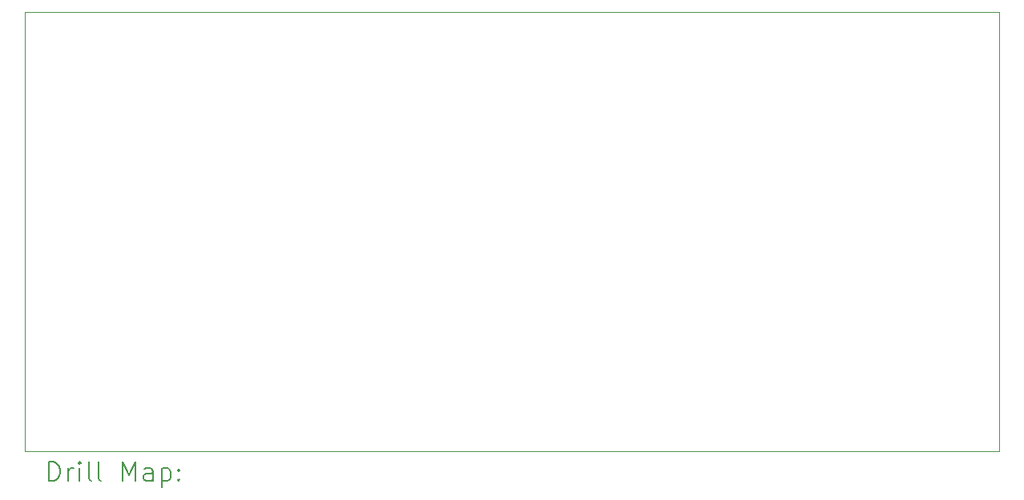
<source format=gbr>
%TF.GenerationSoftware,KiCad,Pcbnew,8.0.5*%
%TF.CreationDate,2025-03-12T15:25:44-04:00*%
%TF.ProjectId,PCB_version4,5043425f-7665-4727-9369-6f6e342e6b69,rev?*%
%TF.SameCoordinates,Original*%
%TF.FileFunction,Drillmap*%
%TF.FilePolarity,Positive*%
%FSLAX45Y45*%
G04 Gerber Fmt 4.5, Leading zero omitted, Abs format (unit mm)*
G04 Created by KiCad (PCBNEW 8.0.5) date 2025-03-12 15:25:44*
%MOMM*%
%LPD*%
G01*
G04 APERTURE LIST*
%ADD10C,0.050000*%
%ADD11C,0.200000*%
G04 APERTURE END LIST*
D10*
X11300000Y-5425000D02*
X21600000Y-5425000D01*
X21600000Y-10075000D01*
X11300000Y-10075000D01*
X11300000Y-5425000D01*
D11*
X11558277Y-10388984D02*
X11558277Y-10188984D01*
X11558277Y-10188984D02*
X11605896Y-10188984D01*
X11605896Y-10188984D02*
X11634467Y-10198508D01*
X11634467Y-10198508D02*
X11653515Y-10217555D01*
X11653515Y-10217555D02*
X11663039Y-10236603D01*
X11663039Y-10236603D02*
X11672562Y-10274698D01*
X11672562Y-10274698D02*
X11672562Y-10303270D01*
X11672562Y-10303270D02*
X11663039Y-10341365D01*
X11663039Y-10341365D02*
X11653515Y-10360412D01*
X11653515Y-10360412D02*
X11634467Y-10379460D01*
X11634467Y-10379460D02*
X11605896Y-10388984D01*
X11605896Y-10388984D02*
X11558277Y-10388984D01*
X11758277Y-10388984D02*
X11758277Y-10255650D01*
X11758277Y-10293746D02*
X11767801Y-10274698D01*
X11767801Y-10274698D02*
X11777324Y-10265174D01*
X11777324Y-10265174D02*
X11796372Y-10255650D01*
X11796372Y-10255650D02*
X11815420Y-10255650D01*
X11882086Y-10388984D02*
X11882086Y-10255650D01*
X11882086Y-10188984D02*
X11872562Y-10198508D01*
X11872562Y-10198508D02*
X11882086Y-10208031D01*
X11882086Y-10208031D02*
X11891610Y-10198508D01*
X11891610Y-10198508D02*
X11882086Y-10188984D01*
X11882086Y-10188984D02*
X11882086Y-10208031D01*
X12005896Y-10388984D02*
X11986848Y-10379460D01*
X11986848Y-10379460D02*
X11977324Y-10360412D01*
X11977324Y-10360412D02*
X11977324Y-10188984D01*
X12110658Y-10388984D02*
X12091610Y-10379460D01*
X12091610Y-10379460D02*
X12082086Y-10360412D01*
X12082086Y-10360412D02*
X12082086Y-10188984D01*
X12339229Y-10388984D02*
X12339229Y-10188984D01*
X12339229Y-10188984D02*
X12405896Y-10331841D01*
X12405896Y-10331841D02*
X12472562Y-10188984D01*
X12472562Y-10188984D02*
X12472562Y-10388984D01*
X12653515Y-10388984D02*
X12653515Y-10284222D01*
X12653515Y-10284222D02*
X12643991Y-10265174D01*
X12643991Y-10265174D02*
X12624943Y-10255650D01*
X12624943Y-10255650D02*
X12586848Y-10255650D01*
X12586848Y-10255650D02*
X12567801Y-10265174D01*
X12653515Y-10379460D02*
X12634467Y-10388984D01*
X12634467Y-10388984D02*
X12586848Y-10388984D01*
X12586848Y-10388984D02*
X12567801Y-10379460D01*
X12567801Y-10379460D02*
X12558277Y-10360412D01*
X12558277Y-10360412D02*
X12558277Y-10341365D01*
X12558277Y-10341365D02*
X12567801Y-10322317D01*
X12567801Y-10322317D02*
X12586848Y-10312793D01*
X12586848Y-10312793D02*
X12634467Y-10312793D01*
X12634467Y-10312793D02*
X12653515Y-10303270D01*
X12748753Y-10255650D02*
X12748753Y-10455650D01*
X12748753Y-10265174D02*
X12767801Y-10255650D01*
X12767801Y-10255650D02*
X12805896Y-10255650D01*
X12805896Y-10255650D02*
X12824943Y-10265174D01*
X12824943Y-10265174D02*
X12834467Y-10274698D01*
X12834467Y-10274698D02*
X12843991Y-10293746D01*
X12843991Y-10293746D02*
X12843991Y-10350889D01*
X12843991Y-10350889D02*
X12834467Y-10369936D01*
X12834467Y-10369936D02*
X12824943Y-10379460D01*
X12824943Y-10379460D02*
X12805896Y-10388984D01*
X12805896Y-10388984D02*
X12767801Y-10388984D01*
X12767801Y-10388984D02*
X12748753Y-10379460D01*
X12929705Y-10369936D02*
X12939229Y-10379460D01*
X12939229Y-10379460D02*
X12929705Y-10388984D01*
X12929705Y-10388984D02*
X12920182Y-10379460D01*
X12920182Y-10379460D02*
X12929705Y-10369936D01*
X12929705Y-10369936D02*
X12929705Y-10388984D01*
X12929705Y-10265174D02*
X12939229Y-10274698D01*
X12939229Y-10274698D02*
X12929705Y-10284222D01*
X12929705Y-10284222D02*
X12920182Y-10274698D01*
X12920182Y-10274698D02*
X12929705Y-10265174D01*
X12929705Y-10265174D02*
X12929705Y-10284222D01*
M02*

</source>
